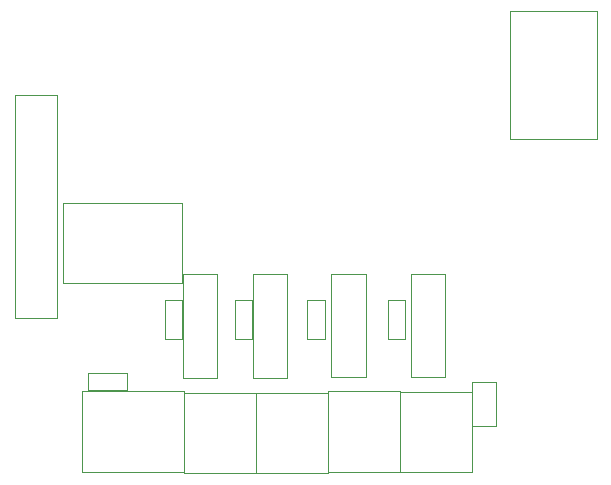
<source format=gbr>
G04 #@! TF.GenerationSoftware,KiCad,Pcbnew,(5.1.10)-1*
G04 #@! TF.CreationDate,2021-08-27T22:23:48-03:00*
G04 #@! TF.ProjectId,ESP32-GATEWAY_Rev_F,45535033-322d-4474-9154-455741595f52,F*
G04 #@! TF.SameCoordinates,Original*
G04 #@! TF.FileFunction,Other,User*
%FSLAX46Y46*%
G04 Gerber Fmt 4.6, Leading zero omitted, Abs format (unit mm)*
G04 Created by KiCad (PCBNEW (5.1.10)-1) date 2021-08-27 22:23:48*
%MOMM*%
%LPD*%
G01*
G04 APERTURE LIST*
%ADD10C,0.050000*%
G04 APERTURE END LIST*
D10*
X84931000Y-117628300D02*
X83471000Y-117628300D01*
X83471000Y-117628300D02*
X83471000Y-114328300D01*
X83471000Y-114328300D02*
X84931000Y-114328300D01*
X84931000Y-114328300D02*
X84931000Y-117628300D01*
X91178000Y-128959500D02*
X91178000Y-122159500D01*
X91178000Y-122159500D02*
X85098000Y-122159500D01*
X85098000Y-122159500D02*
X85098000Y-128959500D01*
X85098000Y-128959500D02*
X91178000Y-128959500D01*
X87873500Y-112097500D02*
X87873500Y-120897500D01*
X87873500Y-112097500D02*
X84973500Y-112097500D01*
X84973500Y-120897500D02*
X87873500Y-120897500D01*
X84973500Y-120897500D02*
X84973500Y-112097500D01*
X93842500Y-112097500D02*
X93842500Y-120897500D01*
X93842500Y-112097500D02*
X90942500Y-112097500D01*
X90942500Y-120897500D02*
X93842500Y-120897500D01*
X90942500Y-120897500D02*
X90942500Y-112097500D01*
X90836500Y-117628300D02*
X89376500Y-117628300D01*
X89376500Y-117628300D02*
X89376500Y-114328300D01*
X89376500Y-114328300D02*
X90836500Y-114328300D01*
X90836500Y-114328300D02*
X90836500Y-117628300D01*
X97274000Y-128959500D02*
X97274000Y-122159500D01*
X97274000Y-122159500D02*
X91194000Y-122159500D01*
X91194000Y-122159500D02*
X91194000Y-128959500D01*
X91194000Y-128959500D02*
X97274000Y-128959500D01*
X100459200Y-112059000D02*
X100459200Y-120859000D01*
X100459200Y-112059000D02*
X97559200Y-112059000D01*
X97559200Y-120859000D02*
X100459200Y-120859000D01*
X97559200Y-120859000D02*
X97559200Y-112059000D01*
X107215600Y-112059000D02*
X107215600Y-120859000D01*
X107215600Y-112059000D02*
X104315600Y-112059000D01*
X104315600Y-120859000D02*
X107215600Y-120859000D01*
X104315600Y-120859000D02*
X104315600Y-112059000D01*
X96996000Y-117628300D02*
X95536000Y-117628300D01*
X95536000Y-117628300D02*
X95536000Y-114328300D01*
X95536000Y-114328300D02*
X96996000Y-114328300D01*
X96996000Y-114328300D02*
X96996000Y-117628300D01*
X103828600Y-117628300D02*
X102368600Y-117628300D01*
X102368600Y-117628300D02*
X102368600Y-114328300D01*
X102368600Y-114328300D02*
X103828600Y-114328300D01*
X103828600Y-114328300D02*
X103828600Y-117628300D01*
X111470000Y-124993800D02*
X109510000Y-124993800D01*
X109510000Y-124993800D02*
X109510000Y-121233800D01*
X109510000Y-121233800D02*
X111470000Y-121233800D01*
X111470000Y-121233800D02*
X111470000Y-124993800D01*
X84907600Y-112848600D02*
X84907600Y-106048600D01*
X74807600Y-106048600D02*
X74807600Y-112848600D01*
X74807600Y-112848600D02*
X84907600Y-112848600D01*
X74807600Y-106048600D02*
X84907600Y-106048600D01*
X76923000Y-121951500D02*
X76923000Y-120491500D01*
X76923000Y-120491500D02*
X80223000Y-120491500D01*
X80223000Y-120491500D02*
X80223000Y-121951500D01*
X80223000Y-121951500D02*
X76923000Y-121951500D01*
X74367800Y-96955200D02*
X70767800Y-96955200D01*
X74367800Y-115805200D02*
X74367800Y-96955200D01*
X70767800Y-115805200D02*
X74367800Y-115805200D01*
X70767800Y-96955200D02*
X70767800Y-115805200D01*
X85082000Y-128832500D02*
X85082000Y-122032500D01*
X85082000Y-122032500D02*
X76462000Y-122032500D01*
X76462000Y-122032500D02*
X76462000Y-128832500D01*
X76462000Y-128832500D02*
X85082000Y-128832500D01*
X103370000Y-128832500D02*
X103370000Y-122032500D01*
X103370000Y-122032500D02*
X97290000Y-122032500D01*
X97290000Y-122032500D02*
X97290000Y-128832500D01*
X97290000Y-128832500D02*
X103370000Y-128832500D01*
X109466000Y-128896000D02*
X109466000Y-122096000D01*
X109466000Y-122096000D02*
X103386000Y-122096000D01*
X103386000Y-122096000D02*
X103386000Y-128896000D01*
X103386000Y-128896000D02*
X109466000Y-128896000D01*
X112718400Y-100662700D02*
X120018400Y-100662700D01*
X120018400Y-100662700D02*
X120018400Y-89862700D01*
X120018400Y-89862700D02*
X112718400Y-89862700D01*
X112718400Y-89862700D02*
X112718400Y-100662700D01*
M02*

</source>
